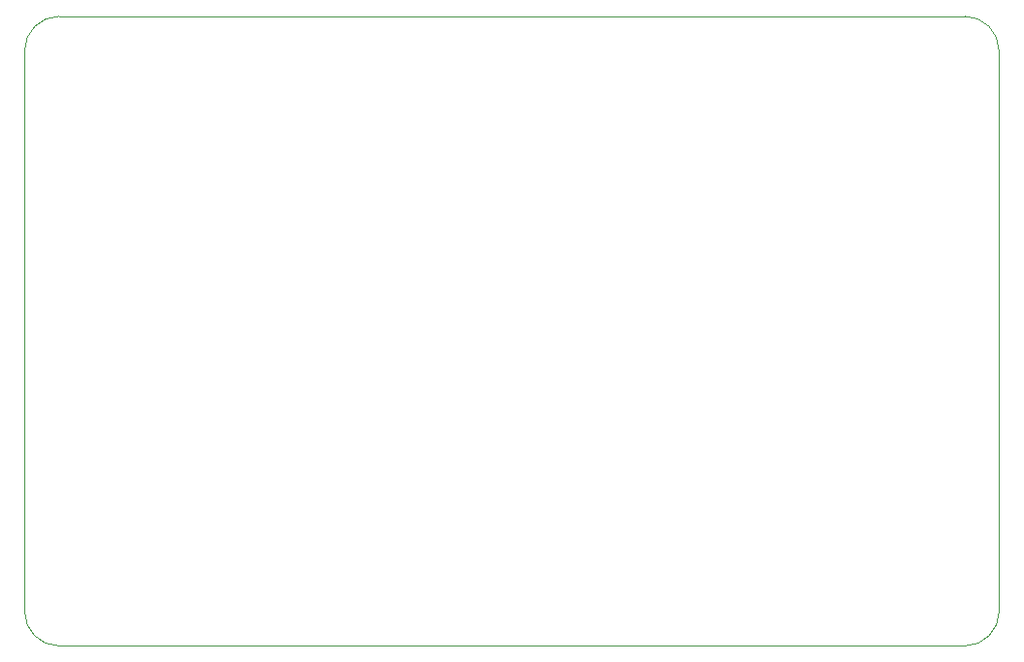
<source format=gko>
G04 #@! TF.FileFunction,Drawing*
%FSLAX44Y44*%
%MOMM*%
%ADD10C,0.05000*%

%LPD*%
*G54D10*G75*G54D10*G01X820000Y550000D02*G02X850000Y520000I0J-30000D01*G01X850000Y30000D01*G02X820000Y0I-30000J0D01*G01X30000Y0D01*G02X0Y30000I0J30000D01*G01X0Y520000D01*G02X30000Y550000I30000J0D01*G01X820000Y550000D01*X0Y0D02*M00*
</source>
